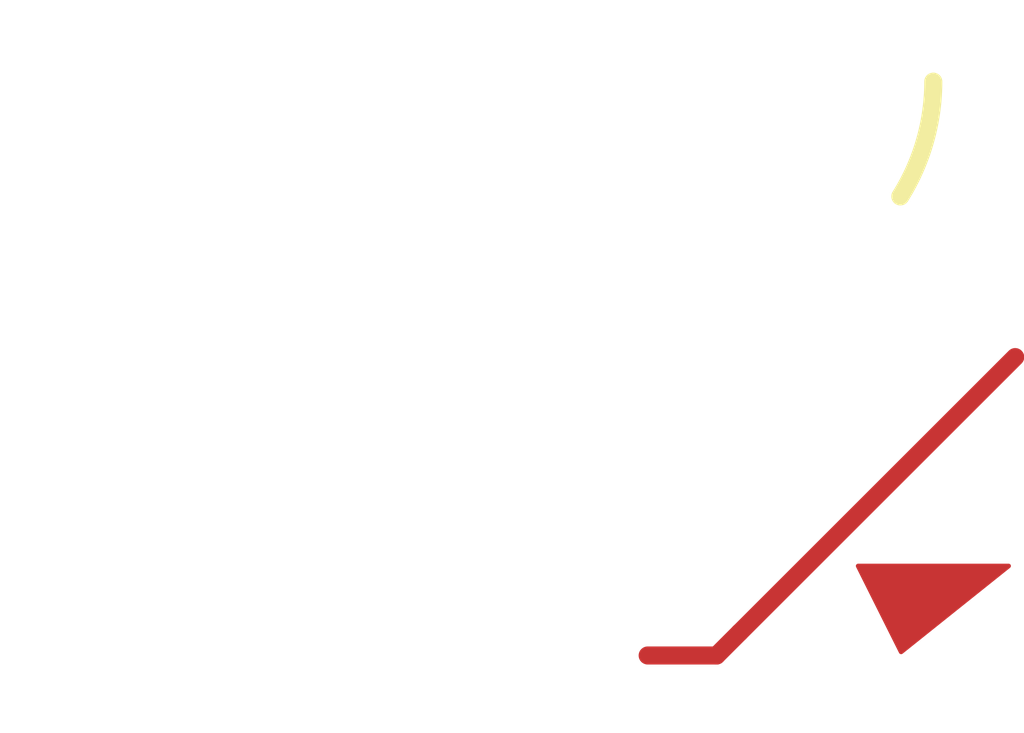
<source format=kicad_pcb>
(kicad_pcb (version 20170123) (host pcbnew "(2017-04-16 revision 2d3857964)-dxf_plot_editable_txt")

  (general
    (links 0)
    (no_connects 0)
    (area 114.049999 46.968556 170.880002 89.400001)
    (thickness 1.6)
    (drawings 9)
    (tracks 3)
    (zones 0)
    (modules 0)
    (nets 1)
  )

  (page A4)
  (layers
    (0 F.Cu signal)
    (31 B.Cu signal)
    (32 B.Adhes user)
    (33 F.Adhes user)
    (34 B.Paste user)
    (35 F.Paste user)
    (36 B.SilkS user)
    (37 F.SilkS user)
    (38 B.Mask user)
    (39 F.Mask user)
    (40 Dwgs.User user)
    (41 Cmts.User user)
    (42 Eco1.User user)
    (43 Eco2.User user)
    (44 Edge.Cuts user)
    (45 Margin user)
    (46 B.CrtYd user)
    (47 F.CrtYd user)
    (48 B.Fab user)
    (49 F.Fab user)
  )

  (setup
    (last_trace_width 0.25)
    (trace_clearance 0.2)
    (zone_clearance 0.508)
    (zone_45_only no)
    (trace_min 0.2)
    (segment_width 0.2)
    (edge_width 0.15)
    (via_size 0.8)
    (via_drill 0.4)
    (via_min_size 0.4)
    (via_min_drill 0.3)
    (uvia_size 0.3)
    (uvia_drill 0.1)
    (uvias_allowed no)
    (uvia_min_size 0.2)
    (uvia_min_drill 0.1)
    (pcb_text_width 0.3)
    (pcb_text_size 1.5 1.5)
    (mod_edge_width 0.15)
    (mod_text_size 1 1)
    (mod_text_width 0.15)
    (pad_size 1.524 1.524)
    (pad_drill 0.762)
    (pad_to_mask_clearance 0.2)
    (aux_axis_origin 0 0)
    (visible_elements FFFFFF7F)
    (pcbplotparams
      (layerselection 0x20020_7fffffff)
      (usegerberextensions false)
      (excludeedgelayer true)
      (linewidth 0.150000)
      (plotframeref false)
      (viasonmask false)
      (mode 1)
      (useauxorigin false)
      (hpglpennumber 1)
      (hpglpenspeed 20)
      (hpglpendiameter 15)
      (psnegative false)
      (psa4output false)
      (plotreference true)
      (plotvalue true)
      (plotinvisibletext false)
      (padsonsilk false)
      (subtractmaskfromsilk false)
      (outputformat 3)
      (mirror false)
      (drillshape 0)
      (scaleselection 1)
      (outputdirectory ""))
  )

  (net 0 "")

  (net_class Default "Это класс цепей по умолчанию."
    (clearance 0.2)
    (trace_width 0.25)
    (via_dia 0.8)
    (via_drill 0.4)
    (uvia_dia 0.3)
    (uvia_drill 0.1)
  )

  (gr_text Привет (at 148.59 62.23) (layer F.Fab)
    (effects (font (size 1.5 1.5) (thickness 0.3)))
  )
  (gr_arc (start 153.67 53.34) (end 163.829999 59.689999) (angle -32) (layer F.SilkS) (width 1))
  (gr_arc (start 146.05 63.5) (end 153.67 63.5) (angle -166) (layer F.Fab) (width 2))
  (gr_line (start 165.1 63.5) (end 139.7 88.9) (layer F.Fab) (width 1))
  (dimension 16.064371 (width 0.3) (layer F.Fab)
    (gr_text 16,064 (at 131.653092 50.789278 18.43494882) (layer F.Fab) (tstamp 58F3A346)
      (effects (font (size 1.5 1.5) (thickness 0.3)))
    )
    (feature1 (pts (xy 140.97 53.34) (xy 138.846185 46.968556)))
    (feature2 (pts (xy 125.73 58.42) (xy 123.606185 52.048556)))
    (crossbar (pts (xy 124.46 54.610001) (xy 139.7 49.530001)))
    (arrow1a (pts (xy 139.7 49.530001) (xy 138.816747 50.44256)))
    (arrow1b (pts (xy 139.7 49.530001) (xy 138.445862 49.329905)))
    (arrow2a (pts (xy 124.46 54.610001) (xy 125.714138 54.810097)))
    (arrow2b (pts (xy 124.46 54.610001) (xy 125.343253 53.697442)))
  )
  (gr_text Text90 (at 144.78 73.66 90) (layer F.Fab)
    (effects (font (size 1.5 1.5) (thickness 0.3)))
  )
  (gr_text Text (at 144.78 67.31) (layer F.Fab)
    (effects (font (size 1.5 1.5) (thickness 0.3)))
  )
  (gr_circle (center 128.27 72.39) (end 128.27 63.5) (layer F.Fab) (width 0.2))
  (gr_line (start 114.3 88.9) (end 139.7 88.9) (layer F.Fab) (width 0.5) (tstamp 58F31C66))

  (segment (start 153.67 85.09) (end 149.86 85.09) (width 1) (layer F.Cu) (net 0))
  (segment (start 154.94 83.82) (end 153.67 85.09) (width 1) (layer F.Cu) (net 0))
  (segment (start 170.18 68.58) (end 154.94 83.82) (width 1) (layer F.Cu) (net 0))

  (zone (net 0) (net_name "") (layer F.Cu) (tstamp 0) (hatch edge 0.508)
    (connect_pads (clearance 0.508))
    (min_thickness 0.254)
    (fill yes (arc_segments 16) (thermal_gap 0.508) (thermal_bridge_width 0.508))
    (polygon
      (pts
        (xy 161.29 80.01) (xy 170.18 80.01) (xy 163.83 85.09)
      )
    )
    (filled_polygon
      (pts
        (xy 163.873336 84.892692) (xy 161.49549 80.137) (xy 169.817952 80.137)
      )
    )
  )
)

</source>
